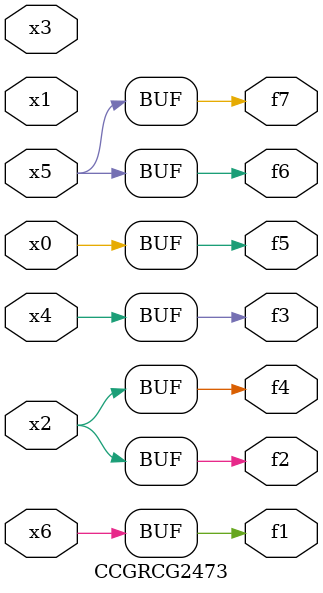
<source format=v>
module CCGRCG2473(
	input x0, x1, x2, x3, x4, x5, x6,
	output f1, f2, f3, f4, f5, f6, f7
);
	assign f1 = x6;
	assign f2 = x2;
	assign f3 = x4;
	assign f4 = x2;
	assign f5 = x0;
	assign f6 = x5;
	assign f7 = x5;
endmodule

</source>
